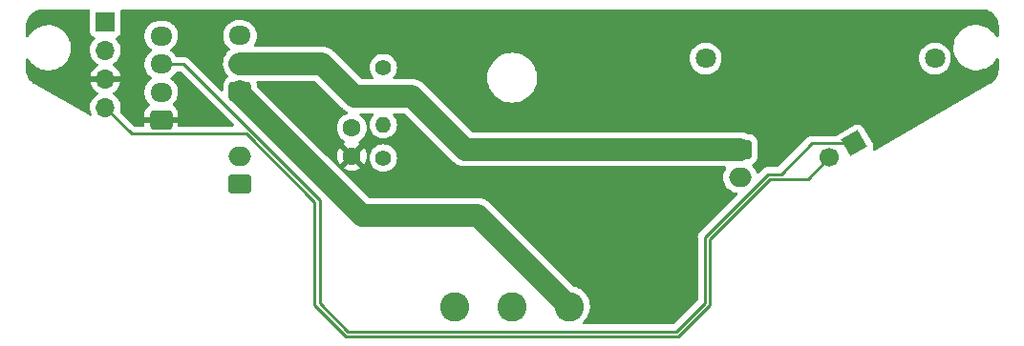
<source format=gbr>
%TF.GenerationSoftware,KiCad,Pcbnew,(6.0.5)*%
%TF.CreationDate,2022-10-17T22:28:47+09:00*%
%TF.ProjectId,kikker_board,6b696b6b-6572-45f6-926f-6172642e6b69,rev?*%
%TF.SameCoordinates,Original*%
%TF.FileFunction,Copper,L2,Bot*%
%TF.FilePolarity,Positive*%
%FSLAX46Y46*%
G04 Gerber Fmt 4.6, Leading zero omitted, Abs format (unit mm)*
G04 Created by KiCad (PCBNEW (6.0.5)) date 2022-10-17 22:28:47*
%MOMM*%
%LPD*%
G01*
G04 APERTURE LIST*
G04 Aperture macros list*
%AMRoundRect*
0 Rectangle with rounded corners*
0 $1 Rounding radius*
0 $2 $3 $4 $5 $6 $7 $8 $9 X,Y pos of 4 corners*
0 Add a 4 corners polygon primitive as box body*
4,1,4,$2,$3,$4,$5,$6,$7,$8,$9,$2,$3,0*
0 Add four circle primitives for the rounded corners*
1,1,$1+$1,$2,$3*
1,1,$1+$1,$4,$5*
1,1,$1+$1,$6,$7*
1,1,$1+$1,$8,$9*
0 Add four rect primitives between the rounded corners*
20,1,$1+$1,$2,$3,$4,$5,0*
20,1,$1+$1,$4,$5,$6,$7,0*
20,1,$1+$1,$6,$7,$8,$9,0*
20,1,$1+$1,$8,$9,$2,$3,0*%
%AMHorizOval*
0 Thick line with rounded ends*
0 $1 width*
0 $2 $3 position (X,Y) of the first rounded end (center of the circle)*
0 $4 $5 position (X,Y) of the second rounded end (center of the circle)*
0 Add line between two ends*
20,1,$1,$2,$3,$4,$5,0*
0 Add two circle primitives to create the rounded ends*
1,1,$1,$2,$3*
1,1,$1,$4,$5*%
%AMRotRect*
0 Rectangle, with rotation*
0 The origin of the aperture is its center*
0 $1 length*
0 $2 width*
0 $3 Rotation angle, in degrees counterclockwise*
0 Add horizontal line*
21,1,$1,$2,0,0,$3*%
G04 Aperture macros list end*
%TA.AperFunction,ComponentPad*%
%ADD10C,1.600000*%
%TD*%
%TA.AperFunction,ComponentPad*%
%ADD11C,2.600000*%
%TD*%
%TA.AperFunction,ComponentPad*%
%ADD12C,1.800000*%
%TD*%
%TA.AperFunction,ComponentPad*%
%ADD13C,1.400000*%
%TD*%
%TA.AperFunction,ComponentPad*%
%ADD14O,1.400000X1.400000*%
%TD*%
%TA.AperFunction,ComponentPad*%
%ADD15RoundRect,0.250000X-0.750000X0.600000X-0.750000X-0.600000X0.750000X-0.600000X0.750000X0.600000X0*%
%TD*%
%TA.AperFunction,ComponentPad*%
%ADD16O,2.000000X1.700000*%
%TD*%
%TA.AperFunction,ComponentPad*%
%ADD17RotRect,1.700000X1.700000X300.000000*%
%TD*%
%TA.AperFunction,ComponentPad*%
%ADD18HorizOval,1.700000X0.000000X0.000000X0.000000X0.000000X0*%
%TD*%
%TA.AperFunction,ComponentPad*%
%ADD19RoundRect,0.250000X0.750000X-0.600000X0.750000X0.600000X-0.750000X0.600000X-0.750000X-0.600000X0*%
%TD*%
%TA.AperFunction,ComponentPad*%
%ADD20R,1.700000X1.700000*%
%TD*%
%TA.AperFunction,ComponentPad*%
%ADD21O,1.700000X1.700000*%
%TD*%
%TA.AperFunction,ComponentPad*%
%ADD22RoundRect,0.250000X0.725000X-0.600000X0.725000X0.600000X-0.725000X0.600000X-0.725000X-0.600000X0*%
%TD*%
%TA.AperFunction,ComponentPad*%
%ADD23O,1.950000X1.700000*%
%TD*%
%TA.AperFunction,ViaPad*%
%ADD24C,0.800000*%
%TD*%
%TA.AperFunction,Conductor*%
%ADD25C,2.000000*%
%TD*%
%TA.AperFunction,Conductor*%
%ADD26C,0.250000*%
%TD*%
G04 APERTURE END LIST*
D10*
%TO.P,C1,1*%
%TO.N,GND*%
X138176000Y-85070000D03*
%TO.P,C1,2*%
%TO.N,+5V*%
X138176000Y-82570000D03*
%TD*%
D11*
%TO.P,Q1,1,G*%
%TO.N,Net-(Q1-Pad1)*%
X147320000Y-98440000D03*
%TO.P,Q1,2,D*%
%TO.N,Net-(Q1-Pad2)*%
X152400000Y-98440000D03*
%TO.P,Q1,3,S*%
%TO.N,Net-(J2-Pad1)*%
X157480000Y-98440000D03*
%TD*%
D12*
%TO.P,R3,1*%
%TO.N,Net-(J3-Pad2)*%
X169545000Y-76422500D03*
%TO.P,R3,2*%
%TO.N,Net-(Q1-Pad2)*%
X189865000Y-76422500D03*
%TD*%
D13*
%TO.P,R1,1*%
%TO.N,FET 1*%
X140970000Y-77216000D03*
D14*
%TO.P,R1,2*%
%TO.N,Net-(Q1-Pad1)*%
X140970000Y-82296000D03*
%TD*%
D13*
%TO.P,R2,1*%
%TO.N,Net-(Q1-Pad1)*%
X140970000Y-85246000D03*
D14*
%TO.P,R2,2*%
%TO.N,Net-(J2-Pad1)*%
X140970000Y-90326000D03*
%TD*%
D15*
%TO.P,J3,1,Pin_1*%
%TO.N,Net-(J2-Pad2)*%
X172610000Y-84475000D03*
D16*
%TO.P,J3,2,Pin_2*%
%TO.N,Net-(J3-Pad2)*%
X172610000Y-86975000D03*
%TD*%
D17*
%TO.P,J5,1,Pin_1*%
%TO.N,Brightness*%
X182714183Y-83944500D03*
D18*
%TO.P,J5,2,Pin_2*%
%TO.N,Kathode*%
X180514478Y-85214500D03*
%TD*%
D19*
%TO.P,J1,1,Pin_1*%
%TO.N,FET 1*%
X128270000Y-87590000D03*
D16*
%TO.P,J1,2,Pin_2*%
%TO.N,FET 2*%
X128270000Y-85090000D03*
%TD*%
D20*
%TO.P,J4,1,Pin_1*%
%TO.N,Vout*%
X116332000Y-73152000D03*
D21*
%TO.P,J4,2,Pin_2*%
%TO.N,+5V*%
X116332000Y-75692000D03*
%TO.P,J4,3,Pin_3*%
%TO.N,GND*%
X116332000Y-78232000D03*
%TO.P,J4,4,Pin_4*%
%TO.N,Kathode*%
X116332000Y-80772000D03*
%TD*%
D22*
%TO.P,J6,1,Pin_1*%
%TO.N,GND*%
X121285000Y-81915000D03*
D23*
%TO.P,J6,2,Pin_2*%
%TO.N,+5V*%
X121285000Y-79415000D03*
%TO.P,J6,3,Pin_3*%
%TO.N,Brightness*%
X121285000Y-76915000D03*
%TO.P,J6,4,Pin_4*%
%TO.N,Vout*%
X121285000Y-74415000D03*
%TD*%
D22*
%TO.P,J2,1,Pin_1*%
%TO.N,Net-(J2-Pad1)*%
X128270000Y-79375000D03*
D23*
%TO.P,J2,2,Pin_2*%
%TO.N,Net-(J2-Pad2)*%
X128270000Y-76875000D03*
%TO.P,J2,3,Pin_3*%
%TO.N,FET 2*%
X128270000Y-74375000D03*
%TD*%
D24*
%TO.N,GND*%
X164084000Y-77470000D03*
X163830000Y-87122000D03*
X165862000Y-99060000D03*
X186690000Y-73406000D03*
X143764000Y-73406000D03*
X172720000Y-73406000D03*
X125984000Y-81788000D03*
X176276000Y-80010000D03*
X167132000Y-81534000D03*
X143256000Y-83566000D03*
X160274000Y-99060000D03*
X191262000Y-79502000D03*
X161036000Y-87122000D03*
X123444000Y-80518000D03*
X160782000Y-73660000D03*
X125222000Y-77216000D03*
X167132000Y-87122000D03*
X167132000Y-73406000D03*
X186436000Y-82042000D03*
X188468000Y-79502000D03*
X162052000Y-92202000D03*
X191262000Y-72898000D03*
X164084000Y-95758000D03*
X130810000Y-78994000D03*
X172466000Y-79756000D03*
X113538000Y-72898000D03*
X183642000Y-79502000D03*
X161036000Y-81534000D03*
X168148000Y-92202000D03*
X118364000Y-80264000D03*
X113538000Y-79248000D03*
%TD*%
D25*
%TO.N,Net-(J2-Pad1)*%
X140970000Y-90326000D02*
X149366000Y-90326000D01*
X139080263Y-90326000D02*
X128270000Y-79515737D01*
X128270000Y-79515737D02*
X128270000Y-79375000D01*
X140970000Y-90326000D02*
X139080263Y-90326000D01*
X149366000Y-90326000D02*
X157480000Y-98440000D01*
%TO.N,Net-(J2-Pad2)*%
X128270000Y-76875000D02*
X135549000Y-76875000D01*
X135549000Y-76875000D02*
X138430000Y-79756000D01*
X143510000Y-79756000D02*
X148229000Y-84475000D01*
X138430000Y-79756000D02*
X143510000Y-79756000D01*
X148229000Y-84475000D02*
X172610000Y-84475000D01*
D26*
%TO.N,Kathode*%
X167132000Y-101092000D02*
X169926000Y-98298000D01*
X118649520Y-83089520D02*
X128809520Y-83089520D01*
X128809520Y-83089520D02*
X134874000Y-89154000D01*
X169926000Y-92456000D02*
X175260000Y-87122000D01*
X137668000Y-101092000D02*
X167132000Y-101092000D01*
X175260000Y-87122000D02*
X178606978Y-87122000D01*
X134874000Y-98298000D02*
X137668000Y-101092000D01*
X169926000Y-98298000D02*
X169926000Y-92456000D01*
X116332000Y-80772000D02*
X118649520Y-83089520D01*
X134874000Y-89154000D02*
X134874000Y-98298000D01*
X178606978Y-87122000D02*
X180514478Y-85214500D01*
%TO.N,Brightness*%
X123270717Y-76915000D02*
X135323520Y-88967803D01*
X175073803Y-86672480D02*
X176217520Y-86672480D01*
X169476480Y-92269802D02*
X175073803Y-86672480D01*
X178945500Y-83944500D02*
X182714183Y-83944500D01*
X166945802Y-100642480D02*
X169476480Y-98111802D01*
X137854198Y-100642480D02*
X166945802Y-100642480D01*
X135323520Y-98111802D02*
X137854198Y-100642480D01*
X135323520Y-88967803D02*
X135323520Y-98111802D01*
X121285000Y-76915000D02*
X123270717Y-76915000D01*
X169476480Y-98111802D02*
X169476480Y-92269802D01*
X176217520Y-86672480D02*
X178945500Y-83944500D01*
%TD*%
%TA.AperFunction,Conductor*%
%TO.N,GND*%
G36*
X134940090Y-78403502D02*
G01*
X134961064Y-78420405D01*
X136154187Y-79613529D01*
X137346342Y-80805684D01*
X137348796Y-80808206D01*
X137417332Y-80880681D01*
X137421349Y-80883752D01*
X137421352Y-80883755D01*
X137479761Y-80928412D01*
X137484893Y-80932554D01*
X137525094Y-80966767D01*
X137544720Y-80983470D01*
X137549046Y-80986090D01*
X137549053Y-80986095D01*
X137572824Y-81000491D01*
X137584071Y-81008163D01*
X137610174Y-81028120D01*
X137679416Y-81065247D01*
X137685137Y-81068510D01*
X137751927Y-81108960D01*
X137799833Y-81161358D01*
X137811806Y-81231338D01*
X137784044Y-81296682D01*
X137730255Y-81334779D01*
X137726757Y-81335716D01*
X137721766Y-81338043D01*
X137721767Y-81338043D01*
X137524238Y-81430151D01*
X137524233Y-81430154D01*
X137519251Y-81432477D01*
X137461361Y-81473012D01*
X137336211Y-81560643D01*
X137336208Y-81560645D01*
X137331700Y-81563802D01*
X137169802Y-81725700D01*
X137038477Y-81913251D01*
X137036154Y-81918233D01*
X137036151Y-81918238D01*
X136944039Y-82115775D01*
X136941716Y-82120757D01*
X136940294Y-82126065D01*
X136940293Y-82126067D01*
X136897416Y-82286084D01*
X136882457Y-82341913D01*
X136862502Y-82570000D01*
X136882457Y-82798087D01*
X136883881Y-82803400D01*
X136883881Y-82803402D01*
X136927601Y-82966564D01*
X136941716Y-83019243D01*
X136944039Y-83024224D01*
X136944039Y-83024225D01*
X137036151Y-83221762D01*
X137036154Y-83221767D01*
X137038477Y-83226749D01*
X137099450Y-83313827D01*
X137160246Y-83400652D01*
X137169802Y-83414300D01*
X137331700Y-83576198D01*
X137336208Y-83579355D01*
X137336211Y-83579357D01*
X137439876Y-83651944D01*
X137519251Y-83707523D01*
X137524235Y-83709847D01*
X137526528Y-83711171D01*
X137575521Y-83762553D01*
X137588957Y-83832267D01*
X137562571Y-83898178D01*
X137526528Y-83929409D01*
X137514998Y-83936066D01*
X137462952Y-83972509D01*
X137454576Y-83982988D01*
X137461644Y-83996434D01*
X138163188Y-84697978D01*
X138177132Y-84705592D01*
X138178965Y-84705461D01*
X138185580Y-84701210D01*
X138891077Y-83995713D01*
X138897507Y-83983938D01*
X138888211Y-83971923D01*
X138837002Y-83936066D01*
X138825472Y-83929409D01*
X138776479Y-83878027D01*
X138763042Y-83808313D01*
X138789429Y-83742402D01*
X138825472Y-83711171D01*
X138827765Y-83709847D01*
X138832749Y-83707523D01*
X138912124Y-83651944D01*
X139015789Y-83579357D01*
X139015792Y-83579355D01*
X139020300Y-83576198D01*
X139182198Y-83414300D01*
X139191755Y-83400652D01*
X139252550Y-83313827D01*
X139313523Y-83226749D01*
X139315846Y-83221767D01*
X139315849Y-83221762D01*
X139407961Y-83024225D01*
X139407961Y-83024224D01*
X139410284Y-83019243D01*
X139424400Y-82966564D01*
X139468119Y-82803402D01*
X139468119Y-82803400D01*
X139469543Y-82798087D01*
X139489498Y-82570000D01*
X139469543Y-82341913D01*
X139454584Y-82286084D01*
X139411707Y-82126067D01*
X139411706Y-82126065D01*
X139410284Y-82120757D01*
X139407961Y-82115775D01*
X139315849Y-81918238D01*
X139315846Y-81918233D01*
X139313523Y-81913251D01*
X139182198Y-81725700D01*
X139020300Y-81563802D01*
X139015792Y-81560645D01*
X139015789Y-81560643D01*
X138920203Y-81493713D01*
X138875875Y-81438256D01*
X138868566Y-81367636D01*
X138900597Y-81304276D01*
X138961798Y-81268291D01*
X138992474Y-81264500D01*
X139988233Y-81264500D01*
X140056354Y-81284502D01*
X140102847Y-81338158D01*
X140112951Y-81408432D01*
X140083457Y-81473012D01*
X140077328Y-81479595D01*
X140040699Y-81516224D01*
X139919411Y-81689442D01*
X139917090Y-81694420D01*
X139917088Y-81694423D01*
X139900400Y-81730211D01*
X139830044Y-81881090D01*
X139775314Y-82085345D01*
X139756884Y-82296000D01*
X139775314Y-82506655D01*
X139830044Y-82710910D01*
X139919411Y-82902558D01*
X140040699Y-83075776D01*
X140190224Y-83225301D01*
X140363442Y-83346589D01*
X140368420Y-83348910D01*
X140368423Y-83348912D01*
X140550108Y-83433633D01*
X140555090Y-83435956D01*
X140560398Y-83437378D01*
X140560400Y-83437379D01*
X140754030Y-83489262D01*
X140754032Y-83489262D01*
X140759345Y-83490686D01*
X140970000Y-83509116D01*
X141180655Y-83490686D01*
X141185968Y-83489262D01*
X141185970Y-83489262D01*
X141379600Y-83437379D01*
X141379602Y-83437378D01*
X141384910Y-83435956D01*
X141389892Y-83433633D01*
X141571577Y-83348912D01*
X141571580Y-83348910D01*
X141576558Y-83346589D01*
X141749776Y-83225301D01*
X141899301Y-83075776D01*
X142020589Y-82902558D01*
X142109956Y-82710910D01*
X142164686Y-82506655D01*
X142183116Y-82296000D01*
X142164686Y-82085345D01*
X142109956Y-81881090D01*
X142039600Y-81730211D01*
X142022912Y-81694423D01*
X142022910Y-81694420D01*
X142020589Y-81689442D01*
X141899301Y-81516224D01*
X141862672Y-81479595D01*
X141828646Y-81417283D01*
X141833711Y-81346468D01*
X141876258Y-81289632D01*
X141942778Y-81264821D01*
X141951767Y-81264500D01*
X142832969Y-81264500D01*
X142901090Y-81284502D01*
X142922064Y-81301405D01*
X147145325Y-85524666D01*
X147147779Y-85527188D01*
X147212193Y-85595304D01*
X147216332Y-85599681D01*
X147258353Y-85631808D01*
X147278757Y-85647408D01*
X147283892Y-85651552D01*
X147336378Y-85696221D01*
X147343720Y-85702470D01*
X147348045Y-85705089D01*
X147348050Y-85705093D01*
X147371824Y-85719491D01*
X147383071Y-85727163D01*
X147409174Y-85747120D01*
X147476180Y-85783048D01*
X147478401Y-85784239D01*
X147484126Y-85787504D01*
X147551358Y-85828221D01*
X147581817Y-85840527D01*
X147594158Y-85846307D01*
X147623109Y-85861831D01*
X147627890Y-85863477D01*
X147627894Y-85863479D01*
X147697401Y-85887412D01*
X147703579Y-85889722D01*
X147722452Y-85897347D01*
X147776429Y-85919155D01*
X147808460Y-85926432D01*
X147821559Y-85930163D01*
X147852631Y-85940862D01*
X147930100Y-85954243D01*
X147936504Y-85955523D01*
X148013144Y-85972935D01*
X148045953Y-85974999D01*
X148059453Y-85976585D01*
X148091836Y-85982179D01*
X148095793Y-85982359D01*
X148095796Y-85982359D01*
X148119506Y-85983436D01*
X148119525Y-85983436D01*
X148120925Y-85983500D01*
X148177108Y-85983500D01*
X148185019Y-85983749D01*
X148255413Y-85988178D01*
X148296992Y-85984101D01*
X148309288Y-85983500D01*
X171253599Y-85983500D01*
X171321720Y-86003502D01*
X171368213Y-86057158D01*
X171378317Y-86127432D01*
X171354689Y-86184712D01*
X171301246Y-86256542D01*
X171298830Y-86261293D01*
X171298828Y-86261297D01*
X171256491Y-86344568D01*
X171196760Y-86462051D01*
X171195178Y-86467145D01*
X171195177Y-86467148D01*
X171159139Y-86583209D01*
X171128393Y-86682227D01*
X171127692Y-86687516D01*
X171108992Y-86828611D01*
X171098102Y-86910774D01*
X171106751Y-87141158D01*
X171154093Y-87366791D01*
X171238776Y-87581221D01*
X171241543Y-87585780D01*
X171241544Y-87585783D01*
X171281770Y-87652073D01*
X171358377Y-87778317D01*
X171509477Y-87952445D01*
X171513608Y-87955832D01*
X171683627Y-88095240D01*
X171683633Y-88095244D01*
X171687755Y-88098624D01*
X171692391Y-88101263D01*
X171692394Y-88101265D01*
X171837189Y-88183687D01*
X171888114Y-88212675D01*
X172104825Y-88291337D01*
X172110074Y-88292286D01*
X172110077Y-88292287D01*
X172252567Y-88318053D01*
X172316041Y-88349857D01*
X172352244Y-88410930D01*
X172349682Y-88481880D01*
X172319241Y-88531137D01*
X169084227Y-91766150D01*
X169075941Y-91773690D01*
X169069462Y-91777802D01*
X169064037Y-91783579D01*
X169022837Y-91827453D01*
X169020082Y-91830295D01*
X169000345Y-91850032D01*
X168997865Y-91853229D01*
X168990162Y-91862249D01*
X168959894Y-91894481D01*
X168956075Y-91901427D01*
X168956073Y-91901430D01*
X168950132Y-91912236D01*
X168939281Y-91928755D01*
X168926866Y-91944761D01*
X168923721Y-91952030D01*
X168923718Y-91952034D01*
X168909306Y-91985339D01*
X168904089Y-91995989D01*
X168882785Y-92034742D01*
X168880814Y-92042417D01*
X168880814Y-92042418D01*
X168877747Y-92054364D01*
X168871343Y-92073068D01*
X168863299Y-92091657D01*
X168862060Y-92099480D01*
X168862057Y-92099490D01*
X168856381Y-92135326D01*
X168853975Y-92146946D01*
X168842980Y-92189772D01*
X168842980Y-92210026D01*
X168841429Y-92229736D01*
X168838260Y-92249745D01*
X168839006Y-92257637D01*
X168842421Y-92293763D01*
X168842980Y-92305621D01*
X168842980Y-97797208D01*
X168822978Y-97865329D01*
X168806075Y-97886303D01*
X166720302Y-99972075D01*
X166657990Y-100006101D01*
X166631207Y-100008980D01*
X158769621Y-100008980D01*
X158701500Y-99988978D01*
X158655007Y-99935322D01*
X158644903Y-99865048D01*
X158674397Y-99800468D01*
X158688209Y-99786813D01*
X158710841Y-99767653D01*
X158751149Y-99733530D01*
X158928382Y-99531434D01*
X158931712Y-99526258D01*
X159071269Y-99309291D01*
X159073797Y-99305361D01*
X159184199Y-99060278D01*
X159221209Y-98929051D01*
X159255893Y-98806072D01*
X159255894Y-98806069D01*
X159257163Y-98801568D01*
X159275043Y-98661019D01*
X159290688Y-98538045D01*
X159290688Y-98538041D01*
X159291086Y-98534915D01*
X159291649Y-98513438D01*
X159293488Y-98443160D01*
X159293571Y-98440000D01*
X159288966Y-98378030D01*
X159273996Y-98176592D01*
X159273996Y-98176591D01*
X159273650Y-98171937D01*
X159214327Y-97909763D01*
X159116902Y-97659238D01*
X158983518Y-97425864D01*
X158817105Y-97214769D01*
X158621317Y-97030591D01*
X158400457Y-96877374D01*
X158396264Y-96875306D01*
X158163564Y-96760551D01*
X158163561Y-96760550D01*
X158159376Y-96758486D01*
X158111745Y-96743239D01*
X158031373Y-96717512D01*
X157903370Y-96676538D01*
X157898766Y-96675788D01*
X157898761Y-96675787D01*
X157879582Y-96672664D01*
X157810738Y-96637397D01*
X150449675Y-89276334D01*
X150447221Y-89273812D01*
X150382138Y-89204988D01*
X150382135Y-89204986D01*
X150378668Y-89201319D01*
X150316239Y-89153589D01*
X150311108Y-89149448D01*
X150255133Y-89101809D01*
X150255132Y-89101808D01*
X150251280Y-89098530D01*
X150246955Y-89095911D01*
X150246950Y-89095907D01*
X150223176Y-89081509D01*
X150211929Y-89073837D01*
X150185826Y-89053880D01*
X150116592Y-89016757D01*
X150110868Y-89013493D01*
X150043642Y-88972779D01*
X150013181Y-88960472D01*
X150000841Y-88954692D01*
X149976350Y-88941560D01*
X149976351Y-88941560D01*
X149971891Y-88939169D01*
X149967110Y-88937523D01*
X149967106Y-88937521D01*
X149897599Y-88913588D01*
X149891421Y-88911278D01*
X149823266Y-88883742D01*
X149823267Y-88883742D01*
X149818571Y-88881845D01*
X149786539Y-88874568D01*
X149773441Y-88870837D01*
X149742369Y-88860138D01*
X149664900Y-88846757D01*
X149658496Y-88845477D01*
X149581856Y-88828065D01*
X149549047Y-88826001D01*
X149535547Y-88824415D01*
X149503164Y-88818821D01*
X149499207Y-88818641D01*
X149499204Y-88818641D01*
X149475494Y-88817564D01*
X149475475Y-88817564D01*
X149474075Y-88817500D01*
X149417892Y-88817500D01*
X149409980Y-88817251D01*
X149404386Y-88816899D01*
X149339587Y-88812822D01*
X149300545Y-88816650D01*
X149298008Y-88816899D01*
X149285712Y-88817500D01*
X139757294Y-88817500D01*
X139689173Y-88797498D01*
X139668199Y-88780595D01*
X137043666Y-86156062D01*
X137454493Y-86156062D01*
X137463789Y-86168077D01*
X137514994Y-86203931D01*
X137524489Y-86209414D01*
X137721947Y-86301490D01*
X137732239Y-86305236D01*
X137942688Y-86361625D01*
X137953481Y-86363528D01*
X138170525Y-86382517D01*
X138181475Y-86382517D01*
X138398519Y-86363528D01*
X138409312Y-86361625D01*
X138619761Y-86305236D01*
X138630053Y-86301490D01*
X138827511Y-86209414D01*
X138837006Y-86203931D01*
X138889048Y-86167491D01*
X138897424Y-86157012D01*
X138890356Y-86143566D01*
X138188812Y-85442022D01*
X138174868Y-85434408D01*
X138173035Y-85434539D01*
X138166420Y-85438790D01*
X137460923Y-86144287D01*
X137454493Y-86156062D01*
X137043666Y-86156062D01*
X135963079Y-85075475D01*
X136863483Y-85075475D01*
X136882472Y-85292519D01*
X136884375Y-85303312D01*
X136940764Y-85513761D01*
X136944510Y-85524053D01*
X137036586Y-85721511D01*
X137042069Y-85731006D01*
X137078509Y-85783048D01*
X137088988Y-85791424D01*
X137102434Y-85784356D01*
X137803978Y-85082812D01*
X137810356Y-85071132D01*
X138540408Y-85071132D01*
X138540539Y-85072965D01*
X138544790Y-85079580D01*
X139250287Y-85785077D01*
X139262062Y-85791507D01*
X139274077Y-85782211D01*
X139309931Y-85731006D01*
X139315414Y-85721511D01*
X139407490Y-85524053D01*
X139411236Y-85513761D01*
X139467625Y-85303312D01*
X139469528Y-85292519D01*
X139473598Y-85246000D01*
X139756884Y-85246000D01*
X139775314Y-85456655D01*
X139776738Y-85461968D01*
X139776738Y-85461970D01*
X139827537Y-85651552D01*
X139830044Y-85660910D01*
X139832366Y-85665891D01*
X139832367Y-85665892D01*
X139916497Y-85846308D01*
X139919411Y-85852558D01*
X140040699Y-86025776D01*
X140190224Y-86175301D01*
X140363442Y-86296589D01*
X140368420Y-86298910D01*
X140368423Y-86298912D01*
X140528910Y-86373748D01*
X140555090Y-86385956D01*
X140560398Y-86387378D01*
X140560400Y-86387379D01*
X140754030Y-86439262D01*
X140754032Y-86439262D01*
X140759345Y-86440686D01*
X140970000Y-86459116D01*
X141180655Y-86440686D01*
X141185968Y-86439262D01*
X141185970Y-86439262D01*
X141379600Y-86387379D01*
X141379602Y-86387378D01*
X141384910Y-86385956D01*
X141411090Y-86373748D01*
X141571577Y-86298912D01*
X141571580Y-86298910D01*
X141576558Y-86296589D01*
X141749776Y-86175301D01*
X141899301Y-86025776D01*
X142020589Y-85852558D01*
X142023504Y-85846308D01*
X142107633Y-85665892D01*
X142107634Y-85665891D01*
X142109956Y-85660910D01*
X142112464Y-85651552D01*
X142163262Y-85461970D01*
X142163262Y-85461968D01*
X142164686Y-85456655D01*
X142183116Y-85246000D01*
X142164686Y-85035345D01*
X142163262Y-85030030D01*
X142111379Y-84836400D01*
X142111378Y-84836398D01*
X142109956Y-84831090D01*
X142096632Y-84802516D01*
X142022912Y-84644423D01*
X142022910Y-84644420D01*
X142020589Y-84639442D01*
X141899301Y-84466224D01*
X141749776Y-84316699D01*
X141576558Y-84195411D01*
X141571580Y-84193090D01*
X141571577Y-84193088D01*
X141389892Y-84108367D01*
X141389891Y-84108366D01*
X141384910Y-84106044D01*
X141379602Y-84104622D01*
X141379600Y-84104621D01*
X141185970Y-84052738D01*
X141185968Y-84052738D01*
X141180655Y-84051314D01*
X140970000Y-84032884D01*
X140759345Y-84051314D01*
X140754032Y-84052738D01*
X140754030Y-84052738D01*
X140560400Y-84104621D01*
X140560398Y-84104622D01*
X140555090Y-84106044D01*
X140550109Y-84108366D01*
X140550108Y-84108367D01*
X140368423Y-84193088D01*
X140368420Y-84193090D01*
X140363442Y-84195411D01*
X140190224Y-84316699D01*
X140040699Y-84466224D01*
X139919411Y-84639442D01*
X139917090Y-84644420D01*
X139917088Y-84644423D01*
X139843368Y-84802516D01*
X139830044Y-84831090D01*
X139828622Y-84836398D01*
X139828621Y-84836400D01*
X139776738Y-85030030D01*
X139775314Y-85035345D01*
X139756884Y-85246000D01*
X139473598Y-85246000D01*
X139488517Y-85075475D01*
X139488517Y-85064525D01*
X139469528Y-84847481D01*
X139467625Y-84836688D01*
X139411236Y-84626239D01*
X139407490Y-84615947D01*
X139315414Y-84418489D01*
X139309931Y-84408994D01*
X139273491Y-84356952D01*
X139263012Y-84348576D01*
X139249566Y-84355644D01*
X138548022Y-85057188D01*
X138540408Y-85071132D01*
X137810356Y-85071132D01*
X137811592Y-85068868D01*
X137811461Y-85067035D01*
X137807210Y-85060420D01*
X137101713Y-84354923D01*
X137089938Y-84348493D01*
X137077923Y-84357789D01*
X137042069Y-84408994D01*
X137036586Y-84418489D01*
X136944510Y-84615947D01*
X136940764Y-84626239D01*
X136884375Y-84836688D01*
X136882472Y-84847481D01*
X136863483Y-85064525D01*
X136863483Y-85075475D01*
X135963079Y-85075475D01*
X129790405Y-78902801D01*
X129756379Y-78840489D01*
X129753500Y-78813706D01*
X129753500Y-78724600D01*
X129750445Y-78695156D01*
X129743238Y-78625692D01*
X129743237Y-78625688D01*
X129742526Y-78618834D01*
X129719353Y-78549376D01*
X129716769Y-78478427D01*
X129752952Y-78417343D01*
X129816417Y-78385518D01*
X129838877Y-78383500D01*
X134871969Y-78383500D01*
X134940090Y-78403502D01*
G37*
%TD.AperFunction*%
%TA.AperFunction,Conductor*%
G36*
X114928725Y-72048477D02*
G01*
X114975218Y-72102133D01*
X114985322Y-72172407D01*
X114983186Y-72183623D01*
X114983028Y-72184286D01*
X114980255Y-72191684D01*
X114973500Y-72253866D01*
X114973500Y-74050134D01*
X114980255Y-74112316D01*
X115031385Y-74248705D01*
X115118739Y-74365261D01*
X115235295Y-74452615D01*
X115243704Y-74455767D01*
X115243705Y-74455768D01*
X115352451Y-74496535D01*
X115409216Y-74539176D01*
X115433916Y-74605738D01*
X115418709Y-74675087D01*
X115399316Y-74701568D01*
X115294022Y-74811752D01*
X115272629Y-74834138D01*
X115269715Y-74838410D01*
X115269714Y-74838411D01*
X115237834Y-74885146D01*
X115146743Y-75018680D01*
X115129391Y-75056062D01*
X115056192Y-75213757D01*
X115052688Y-75221305D01*
X114992989Y-75436570D01*
X114969251Y-75658695D01*
X114969548Y-75663848D01*
X114969548Y-75663851D01*
X114975972Y-75775267D01*
X114982110Y-75881715D01*
X114983247Y-75886761D01*
X114983248Y-75886767D01*
X115001495Y-75967734D01*
X115031222Y-76099639D01*
X115078759Y-76216710D01*
X115108595Y-76290186D01*
X115115266Y-76306616D01*
X115142587Y-76351200D01*
X115221652Y-76480222D01*
X115231987Y-76497088D01*
X115378250Y-76665938D01*
X115550126Y-76808632D01*
X115620796Y-76849928D01*
X115623955Y-76851774D01*
X115672679Y-76903412D01*
X115685750Y-76973195D01*
X115659019Y-77038967D01*
X115618562Y-77072327D01*
X115610457Y-77076546D01*
X115601738Y-77082036D01*
X115431433Y-77209905D01*
X115423726Y-77216748D01*
X115276590Y-77370717D01*
X115270104Y-77378727D01*
X115150098Y-77554649D01*
X115145000Y-77563623D01*
X115055338Y-77756783D01*
X115051775Y-77766470D01*
X114996389Y-77966183D01*
X114997912Y-77974607D01*
X115010292Y-77978000D01*
X117650344Y-77978000D01*
X117663875Y-77974027D01*
X117665180Y-77964947D01*
X117623214Y-77797875D01*
X117619894Y-77788124D01*
X117534972Y-77592814D01*
X117530105Y-77583739D01*
X117414426Y-77404926D01*
X117408136Y-77396757D01*
X117264806Y-77239240D01*
X117257273Y-77232215D01*
X117090139Y-77100222D01*
X117081556Y-77094520D01*
X117044602Y-77074120D01*
X116994631Y-77023687D01*
X116979859Y-76954245D01*
X117004975Y-76887839D01*
X117032327Y-76861232D01*
X117061953Y-76840100D01*
X117211860Y-76733173D01*
X117370096Y-76575489D01*
X117386763Y-76552295D01*
X117497435Y-76398277D01*
X117500453Y-76394077D01*
X117512463Y-76369778D01*
X117597136Y-76198453D01*
X117597137Y-76198451D01*
X117599430Y-76193811D01*
X117654013Y-76014159D01*
X117662865Y-75985023D01*
X117662865Y-75985021D01*
X117664370Y-75980069D01*
X117693529Y-75758590D01*
X117693626Y-75754631D01*
X117695074Y-75695365D01*
X117695074Y-75695361D01*
X117695156Y-75692000D01*
X117676852Y-75469361D01*
X117622431Y-75252702D01*
X117533354Y-75047840D01*
X117444650Y-74910724D01*
X117414822Y-74864617D01*
X117414820Y-74864614D01*
X117412014Y-74860277D01*
X117408532Y-74856450D01*
X117264798Y-74698488D01*
X117233746Y-74634642D01*
X117242141Y-74564143D01*
X117287317Y-74509375D01*
X117313761Y-74495706D01*
X117420297Y-74455767D01*
X117428705Y-74452615D01*
X117545261Y-74365261D01*
X117632615Y-74248705D01*
X117683745Y-74112316D01*
X117690500Y-74050134D01*
X117690500Y-72253866D01*
X117683745Y-72191684D01*
X117680972Y-72184286D01*
X117680814Y-72183623D01*
X117684515Y-72112723D01*
X117725959Y-72055079D01*
X117791990Y-72028992D01*
X117803396Y-72028475D01*
X192348722Y-72028476D01*
X193977397Y-72028476D01*
X193996788Y-72029977D01*
X194020480Y-72033667D01*
X194029384Y-72032503D01*
X194029387Y-72032503D01*
X194035737Y-72031673D01*
X194061061Y-72030931D01*
X194230027Y-72043022D01*
X194247821Y-72045581D01*
X194438145Y-72086989D01*
X194455393Y-72092054D01*
X194637896Y-72160129D01*
X194654242Y-72167595D01*
X194712737Y-72199537D01*
X194825193Y-72260946D01*
X194840316Y-72270665D01*
X194996245Y-72387396D01*
X195009829Y-72399168D01*
X195027679Y-72417018D01*
X195147557Y-72536900D01*
X195159329Y-72550486D01*
X195276054Y-72706414D01*
X195285773Y-72721537D01*
X195379119Y-72892490D01*
X195386586Y-72908842D01*
X195454658Y-73091347D01*
X195459722Y-73108593D01*
X195498911Y-73288735D01*
X195501125Y-73298914D01*
X195503683Y-73316704D01*
X195504722Y-73331220D01*
X195515279Y-73478810D01*
X195514571Y-73495858D01*
X195514576Y-73495858D01*
X195514467Y-73504833D01*
X195513085Y-73513706D01*
X195515321Y-73530801D01*
X195517212Y-73545263D01*
X195518276Y-73561602D01*
X195518276Y-74403019D01*
X195498274Y-74471140D01*
X195444618Y-74517633D01*
X195374344Y-74527737D01*
X195309764Y-74498243D01*
X195280310Y-74460809D01*
X195250754Y-74403545D01*
X195250754Y-74403544D01*
X195248789Y-74399738D01*
X195238816Y-74385547D01*
X195147692Y-74255891D01*
X195091321Y-74175683D01*
X194999739Y-74077129D01*
X194907822Y-73978214D01*
X194907819Y-73978211D01*
X194904901Y-73975071D01*
X194901586Y-73972357D01*
X194901582Y-73972354D01*
X194707798Y-73813744D01*
X194692981Y-73801616D01*
X194521515Y-73696542D01*
X194463142Y-73660771D01*
X194463141Y-73660771D01*
X194459480Y-73658527D01*
X194455544Y-73656799D01*
X194212649Y-73550175D01*
X194212645Y-73550174D01*
X194208721Y-73548451D01*
X193945342Y-73473426D01*
X193941100Y-73472822D01*
X193941094Y-73472821D01*
X193693302Y-73437555D01*
X193674219Y-73434839D01*
X193530365Y-73434086D01*
X193404653Y-73433428D01*
X193404647Y-73433428D01*
X193400367Y-73433406D01*
X193396123Y-73433965D01*
X193396119Y-73433965D01*
X193297641Y-73446930D01*
X193128854Y-73469151D01*
X193124714Y-73470284D01*
X193124712Y-73470284D01*
X193081465Y-73482115D01*
X192864704Y-73541414D01*
X192860756Y-73543098D01*
X192616758Y-73647172D01*
X192616754Y-73647174D01*
X192612806Y-73648858D01*
X192525186Y-73701297D01*
X192381501Y-73787290D01*
X192381497Y-73787293D01*
X192377819Y-73789494D01*
X192164094Y-73960720D01*
X192082486Y-74046717D01*
X192010830Y-74122227D01*
X191975584Y-74159368D01*
X191815778Y-74381762D01*
X191687633Y-74623787D01*
X191686161Y-74627810D01*
X191686159Y-74627814D01*
X191601089Y-74860277D01*
X191593519Y-74880963D01*
X191535180Y-75148533D01*
X191534844Y-75152803D01*
X191515824Y-75394474D01*
X191513693Y-75421544D01*
X191514110Y-75428782D01*
X191529458Y-75694946D01*
X191582181Y-75963679D01*
X191583568Y-75967729D01*
X191583569Y-75967734D01*
X191665000Y-76205573D01*
X191670888Y-76222770D01*
X191710021Y-76300577D01*
X191790210Y-76460016D01*
X191793936Y-76467425D01*
X191796362Y-76470954D01*
X191796365Y-76470960D01*
X191900329Y-76622227D01*
X191949050Y-76693116D01*
X191951937Y-76696289D01*
X191951938Y-76696290D01*
X192052130Y-76806400D01*
X192133358Y-76895669D01*
X192136653Y-76898424D01*
X192136654Y-76898425D01*
X192204192Y-76954895D01*
X192343451Y-77071333D01*
X192347092Y-77073617D01*
X192571800Y-77214577D01*
X192571804Y-77214579D01*
X192575440Y-77216860D01*
X192673272Y-77261033D01*
X192821121Y-77327790D01*
X192821125Y-77327792D01*
X192825033Y-77329556D01*
X192864728Y-77341314D01*
X193083499Y-77406117D01*
X193083503Y-77406118D01*
X193087612Y-77407335D01*
X193091846Y-77407983D01*
X193091851Y-77407984D01*
X193354074Y-77448109D01*
X193354076Y-77448109D01*
X193358316Y-77448758D01*
X193497688Y-77450948D01*
X193627847Y-77452993D01*
X193627853Y-77452993D01*
X193632138Y-77453060D01*
X193904011Y-77420160D01*
X194168903Y-77350667D01*
X194172863Y-77349027D01*
X194172868Y-77349025D01*
X194346919Y-77276930D01*
X194421912Y-77245867D01*
X194631511Y-77123387D01*
X194654655Y-77109863D01*
X194654656Y-77109862D01*
X194658358Y-77107699D01*
X194873865Y-76938720D01*
X194879563Y-76932841D01*
X195037787Y-76769566D01*
X195064445Y-76742057D01*
X195066978Y-76738609D01*
X195066982Y-76738604D01*
X195216637Y-76534873D01*
X195226571Y-76521349D01*
X195242756Y-76491541D01*
X195281545Y-76420100D01*
X195331628Y-76369778D01*
X195400966Y-76354522D01*
X195467545Y-76379175D01*
X195510227Y-76435909D01*
X195518276Y-76480222D01*
X195518276Y-77315914D01*
X195516776Y-77335298D01*
X195514639Y-77349025D01*
X195513085Y-77359005D01*
X195515005Y-77373689D01*
X195515717Y-77399433D01*
X195513279Y-77431970D01*
X195502325Y-77578164D01*
X195499518Y-77596786D01*
X195454117Y-77795706D01*
X195448569Y-77813695D01*
X195374025Y-78003634D01*
X195365858Y-78020593D01*
X195263840Y-78197296D01*
X195253231Y-78212856D01*
X195126018Y-78372377D01*
X195113211Y-78386181D01*
X195004609Y-78486949D01*
X194963636Y-78524966D01*
X194948921Y-78536701D01*
X194806709Y-78633658D01*
X194791537Y-78641629D01*
X194791568Y-78641685D01*
X194783739Y-78646078D01*
X194775368Y-78649317D01*
X194768242Y-78654776D01*
X194768239Y-78654777D01*
X194750091Y-78668677D01*
X194736474Y-78677767D01*
X184543871Y-84562469D01*
X184474876Y-84579207D01*
X184407784Y-84555987D01*
X184363897Y-84500179D01*
X184357148Y-84429504D01*
X184365016Y-84403816D01*
X184367999Y-84396840D01*
X184368001Y-84396834D01*
X184371528Y-84388584D01*
X184373576Y-84371542D01*
X184387830Y-84252881D01*
X184388901Y-84243967D01*
X184381345Y-84198566D01*
X184366284Y-84108076D01*
X184366283Y-84108073D01*
X184364987Y-84100286D01*
X184339746Y-84043057D01*
X183441612Y-82487443D01*
X183404671Y-82436969D01*
X183398568Y-82431947D01*
X183398566Y-82431945D01*
X183299129Y-82350123D01*
X183299130Y-82350123D01*
X183292196Y-82344418D01*
X183283945Y-82340890D01*
X183283943Y-82340889D01*
X183225232Y-82315787D01*
X183158267Y-82287155D01*
X183149358Y-82286085D01*
X183149355Y-82286084D01*
X183057905Y-82275098D01*
X183013650Y-82269782D01*
X183004794Y-82271256D01*
X183004792Y-82271256D01*
X182877759Y-82292399D01*
X182877756Y-82292400D01*
X182869969Y-82293696D01*
X182812740Y-82318937D01*
X181257126Y-83217071D01*
X181206652Y-83254012D01*
X181197559Y-83265062D01*
X181138832Y-83304953D01*
X181100266Y-83311000D01*
X179024267Y-83311000D01*
X179013084Y-83310473D01*
X179005591Y-83308798D01*
X178997665Y-83309047D01*
X178997664Y-83309047D01*
X178937514Y-83310938D01*
X178933555Y-83311000D01*
X178905644Y-83311000D01*
X178901710Y-83311497D01*
X178901709Y-83311497D01*
X178901644Y-83311505D01*
X178889807Y-83312438D01*
X178857990Y-83313438D01*
X178853529Y-83313578D01*
X178845610Y-83313827D01*
X178827954Y-83318956D01*
X178826158Y-83319478D01*
X178806806Y-83323486D01*
X178799735Y-83324380D01*
X178786703Y-83326026D01*
X178779334Y-83328943D01*
X178779332Y-83328944D01*
X178745597Y-83342300D01*
X178734369Y-83346145D01*
X178691907Y-83358482D01*
X178685085Y-83362516D01*
X178685079Y-83362519D01*
X178674468Y-83368794D01*
X178656718Y-83377490D01*
X178645256Y-83382028D01*
X178645251Y-83382031D01*
X178637883Y-83384948D01*
X178631468Y-83389609D01*
X178602125Y-83410927D01*
X178592207Y-83417443D01*
X178573519Y-83428495D01*
X178554137Y-83439958D01*
X178539813Y-83454282D01*
X178524781Y-83467121D01*
X178508393Y-83479028D01*
X178483898Y-83508637D01*
X178480212Y-83513093D01*
X178472222Y-83521873D01*
X175992020Y-86002075D01*
X175929708Y-86036101D01*
X175902925Y-86038980D01*
X175152566Y-86038980D01*
X175141382Y-86038453D01*
X175133894Y-86036779D01*
X175125971Y-86037028D01*
X175065836Y-86038918D01*
X175061878Y-86038980D01*
X175033947Y-86038980D01*
X175030032Y-86039475D01*
X175030028Y-86039475D01*
X175029970Y-86039483D01*
X175029941Y-86039486D01*
X175018099Y-86040419D01*
X174973913Y-86041807D01*
X174956547Y-86046852D01*
X174954461Y-86047458D01*
X174935109Y-86051466D01*
X174928038Y-86052360D01*
X174915006Y-86054006D01*
X174907637Y-86056923D01*
X174907635Y-86056924D01*
X174873900Y-86070280D01*
X174862672Y-86074125D01*
X174820210Y-86086462D01*
X174813388Y-86090496D01*
X174813382Y-86090499D01*
X174802771Y-86096774D01*
X174785021Y-86105470D01*
X174773559Y-86110008D01*
X174773554Y-86110011D01*
X174766186Y-86112928D01*
X174759771Y-86117589D01*
X174730428Y-86138907D01*
X174720510Y-86145423D01*
X174703761Y-86155329D01*
X174682440Y-86167938D01*
X174668116Y-86182262D01*
X174653084Y-86195101D01*
X174636696Y-86207008D01*
X174610059Y-86239207D01*
X174608515Y-86241073D01*
X174600525Y-86249853D01*
X174258650Y-86591728D01*
X174196338Y-86625754D01*
X174125523Y-86620689D01*
X174068687Y-86578142D01*
X174052363Y-86548914D01*
X173983187Y-86373748D01*
X173983184Y-86373742D01*
X173981224Y-86368779D01*
X173966533Y-86344568D01*
X173869529Y-86184712D01*
X173861623Y-86171683D01*
X173833182Y-86138907D01*
X173714023Y-86001588D01*
X173714021Y-86001586D01*
X173710523Y-85997555D01*
X173674880Y-85968330D01*
X173634886Y-85909671D01*
X173632954Y-85838701D01*
X173669698Y-85777952D01*
X173688468Y-85763752D01*
X173828120Y-85677332D01*
X173834348Y-85673478D01*
X173959305Y-85548303D01*
X174009449Y-85466955D01*
X174048275Y-85403968D01*
X174048276Y-85403966D01*
X174052115Y-85397738D01*
X174107797Y-85229861D01*
X174118500Y-85125400D01*
X174118500Y-84512812D01*
X174118630Y-84507096D01*
X174120663Y-84462329D01*
X174122486Y-84422183D01*
X174119335Y-84394949D01*
X174118500Y-84380468D01*
X174118500Y-83824600D01*
X174116392Y-83804284D01*
X174108238Y-83725692D01*
X174108237Y-83725688D01*
X174107526Y-83718834D01*
X174104970Y-83711171D01*
X174053868Y-83558002D01*
X174051550Y-83551054D01*
X173958478Y-83400652D01*
X173833303Y-83275695D01*
X173798127Y-83254012D01*
X173688968Y-83186725D01*
X173688966Y-83186724D01*
X173682738Y-83182885D01*
X173602995Y-83156436D01*
X173521389Y-83129368D01*
X173521387Y-83129368D01*
X173514861Y-83127203D01*
X173508025Y-83126503D01*
X173508022Y-83126502D01*
X173464969Y-83122091D01*
X173410400Y-83116500D01*
X173300376Y-83116500D01*
X173240836Y-83101545D01*
X173215891Y-83088169D01*
X172986369Y-83009138D01*
X172887022Y-82991978D01*
X172751074Y-82968496D01*
X172751068Y-82968495D01*
X172747164Y-82967821D01*
X172743203Y-82967641D01*
X172743202Y-82967641D01*
X172719494Y-82966564D01*
X172719475Y-82966564D01*
X172718075Y-82966500D01*
X148906031Y-82966500D01*
X148837910Y-82946498D01*
X148816936Y-82929595D01*
X144593675Y-78706334D01*
X144591221Y-78703812D01*
X144526138Y-78634988D01*
X144526135Y-78634986D01*
X144522668Y-78631319D01*
X144460239Y-78583589D01*
X144455108Y-78579448D01*
X144399133Y-78531809D01*
X144399132Y-78531808D01*
X144395280Y-78528530D01*
X144390955Y-78525911D01*
X144390950Y-78525907D01*
X144367176Y-78511509D01*
X144355929Y-78503837D01*
X144329826Y-78483880D01*
X144260592Y-78446757D01*
X144254868Y-78443493D01*
X144187642Y-78402779D01*
X144157181Y-78390472D01*
X144144841Y-78384692D01*
X144120350Y-78371560D01*
X144120351Y-78371560D01*
X144115891Y-78369169D01*
X144111110Y-78367523D01*
X144111106Y-78367521D01*
X144041599Y-78343588D01*
X144035421Y-78341278D01*
X143967266Y-78313742D01*
X143967267Y-78313742D01*
X143962571Y-78311845D01*
X143930539Y-78304568D01*
X143917441Y-78300837D01*
X143886369Y-78290138D01*
X143808900Y-78276757D01*
X143802496Y-78275477D01*
X143725856Y-78258065D01*
X143693047Y-78256001D01*
X143679547Y-78254415D01*
X143647164Y-78248821D01*
X143643207Y-78248641D01*
X143643204Y-78248641D01*
X143619494Y-78247564D01*
X143619475Y-78247564D01*
X143618075Y-78247500D01*
X143561892Y-78247500D01*
X143553980Y-78247251D01*
X143548386Y-78246899D01*
X143483587Y-78242822D01*
X143444545Y-78246650D01*
X143442008Y-78246899D01*
X143429712Y-78247500D01*
X141951767Y-78247500D01*
X141883646Y-78227498D01*
X141837153Y-78173842D01*
X141829412Y-78120000D01*
X150186761Y-78120000D01*
X150187031Y-78124119D01*
X150205296Y-78402779D01*
X150205696Y-78408886D01*
X150206500Y-78412926D01*
X150206500Y-78412929D01*
X150258579Y-78674748D01*
X150262175Y-78692828D01*
X150263501Y-78696734D01*
X150263502Y-78696738D01*
X150312299Y-78840489D01*
X150355234Y-78966970D01*
X150357055Y-78970663D01*
X150357056Y-78970665D01*
X150382968Y-79023209D01*
X150483279Y-79226619D01*
X150644119Y-79467335D01*
X150646831Y-79470427D01*
X150646836Y-79470434D01*
X150774604Y-79616124D01*
X150835004Y-79684996D01*
X150838093Y-79687705D01*
X151049565Y-79873163D01*
X151049571Y-79873168D01*
X151052665Y-79875881D01*
X151293380Y-80036721D01*
X151297079Y-80038545D01*
X151297084Y-80038548D01*
X151549335Y-80162944D01*
X151553030Y-80164766D01*
X151556928Y-80166089D01*
X151556930Y-80166090D01*
X151823262Y-80256498D01*
X151823266Y-80256499D01*
X151827172Y-80257825D01*
X151831216Y-80258629D01*
X151831222Y-80258631D01*
X152107071Y-80313500D01*
X152107074Y-80313500D01*
X152111114Y-80314304D01*
X152115225Y-80314573D01*
X152115229Y-80314574D01*
X152395881Y-80332969D01*
X152400000Y-80333239D01*
X152404119Y-80332969D01*
X152684771Y-80314574D01*
X152684775Y-80314573D01*
X152688886Y-80314304D01*
X152692926Y-80313500D01*
X152692929Y-80313500D01*
X152968778Y-80258631D01*
X152968784Y-80258629D01*
X152972828Y-80257825D01*
X152976734Y-80256499D01*
X152976738Y-80256498D01*
X153243070Y-80166090D01*
X153243072Y-80166089D01*
X153246970Y-80164766D01*
X153250665Y-80162944D01*
X153502916Y-80038548D01*
X153502921Y-80038545D01*
X153506620Y-80036721D01*
X153747335Y-79875881D01*
X153750429Y-79873168D01*
X153750435Y-79873163D01*
X153961907Y-79687705D01*
X153964996Y-79684996D01*
X154025396Y-79616124D01*
X154153164Y-79470434D01*
X154153169Y-79470427D01*
X154155881Y-79467335D01*
X154316721Y-79226619D01*
X154417032Y-79023209D01*
X154442944Y-78970665D01*
X154442945Y-78970663D01*
X154444766Y-78966970D01*
X154487701Y-78840489D01*
X154536498Y-78696738D01*
X154536499Y-78696734D01*
X154537825Y-78692828D01*
X154541422Y-78674748D01*
X154593500Y-78412929D01*
X154593500Y-78412926D01*
X154594304Y-78408886D01*
X154594705Y-78402779D01*
X154612969Y-78124119D01*
X154613239Y-78120000D01*
X154603671Y-77974027D01*
X154594574Y-77835229D01*
X154594573Y-77835225D01*
X154594304Y-77831114D01*
X154593484Y-77826991D01*
X154538631Y-77551222D01*
X154538629Y-77551216D01*
X154537825Y-77547172D01*
X154530565Y-77525783D01*
X154446090Y-77276930D01*
X154446089Y-77276928D01*
X154444766Y-77273030D01*
X154432181Y-77247509D01*
X154318550Y-77017090D01*
X154316721Y-77013381D01*
X154155881Y-76772665D01*
X154153169Y-76769573D01*
X154153164Y-76769566D01*
X153967705Y-76558093D01*
X153964996Y-76555004D01*
X153905192Y-76502557D01*
X153774531Y-76387969D01*
X168132095Y-76387969D01*
X168132392Y-76393122D01*
X168132392Y-76393125D01*
X168140348Y-76531105D01*
X168145427Y-76619197D01*
X168146564Y-76624243D01*
X168146565Y-76624249D01*
X168176856Y-76758659D01*
X168196346Y-76845142D01*
X168198288Y-76849924D01*
X168198289Y-76849928D01*
X168269528Y-77025368D01*
X168283484Y-77059737D01*
X168286183Y-77064141D01*
X168388057Y-77230384D01*
X168404501Y-77257219D01*
X168556147Y-77432284D01*
X168657292Y-77516256D01*
X168720223Y-77568502D01*
X168734349Y-77580230D01*
X168934322Y-77697084D01*
X169150694Y-77779709D01*
X169155760Y-77780740D01*
X169155761Y-77780740D01*
X169192055Y-77788124D01*
X169377656Y-77825885D01*
X169508324Y-77830676D01*
X169603949Y-77834183D01*
X169603953Y-77834183D01*
X169609113Y-77834372D01*
X169614233Y-77833716D01*
X169614235Y-77833716D01*
X169704886Y-77822103D01*
X169838847Y-77804942D01*
X169843795Y-77803457D01*
X169843802Y-77803456D01*
X170055747Y-77739869D01*
X170060690Y-77738386D01*
X170101656Y-77718317D01*
X170264049Y-77638762D01*
X170264052Y-77638760D01*
X170268684Y-77636491D01*
X170457243Y-77501994D01*
X170621303Y-77338505D01*
X170628306Y-77328760D01*
X170665549Y-77276930D01*
X170756458Y-77150417D01*
X170770887Y-77121223D01*
X170856784Y-76947422D01*
X170856785Y-76947420D01*
X170859078Y-76942780D01*
X170926408Y-76721171D01*
X170956640Y-76491541D01*
X170956722Y-76488191D01*
X170958245Y-76425865D01*
X170958245Y-76425861D01*
X170958327Y-76422500D01*
X170955488Y-76387969D01*
X188452095Y-76387969D01*
X188452392Y-76393122D01*
X188452392Y-76393125D01*
X188460348Y-76531105D01*
X188465427Y-76619197D01*
X188466564Y-76624243D01*
X188466565Y-76624249D01*
X188496856Y-76758659D01*
X188516346Y-76845142D01*
X188518288Y-76849924D01*
X188518289Y-76849928D01*
X188589528Y-77025368D01*
X188603484Y-77059737D01*
X188606183Y-77064141D01*
X188708057Y-77230384D01*
X188724501Y-77257219D01*
X188876147Y-77432284D01*
X188977292Y-77516256D01*
X189040223Y-77568502D01*
X189054349Y-77580230D01*
X189254322Y-77697084D01*
X189470694Y-77779709D01*
X189475760Y-77780740D01*
X189475761Y-77780740D01*
X189512055Y-77788124D01*
X189697656Y-77825885D01*
X189828324Y-77830676D01*
X189923949Y-77834183D01*
X189923953Y-77834183D01*
X189929113Y-77834372D01*
X189934233Y-77833716D01*
X189934235Y-77833716D01*
X190024886Y-77822103D01*
X190158847Y-77804942D01*
X190163795Y-77803457D01*
X190163802Y-77803456D01*
X190375747Y-77739869D01*
X190380690Y-77738386D01*
X190421656Y-77718317D01*
X190584049Y-77638762D01*
X190584052Y-77638760D01*
X190588684Y-77636491D01*
X190777243Y-77501994D01*
X190941303Y-77338505D01*
X190948306Y-77328760D01*
X190985549Y-77276930D01*
X191076458Y-77150417D01*
X191090887Y-77121223D01*
X191176784Y-76947422D01*
X191176785Y-76947420D01*
X191179078Y-76942780D01*
X191246408Y-76721171D01*
X191276640Y-76491541D01*
X191276722Y-76488191D01*
X191278245Y-76425865D01*
X191278245Y-76425861D01*
X191278327Y-76422500D01*
X191268090Y-76297980D01*
X191259773Y-76196818D01*
X191259772Y-76196812D01*
X191259349Y-76191667D01*
X191221767Y-76042045D01*
X191204184Y-75972044D01*
X191204183Y-75972040D01*
X191202925Y-75967033D01*
X191200866Y-75962297D01*
X191112630Y-75759368D01*
X191112628Y-75759365D01*
X191110570Y-75754631D01*
X190984764Y-75560165D01*
X190828887Y-75388858D01*
X190824836Y-75385659D01*
X190824832Y-75385655D01*
X190651177Y-75248511D01*
X190651172Y-75248508D01*
X190647123Y-75245310D01*
X190642607Y-75242817D01*
X190642604Y-75242815D01*
X190448879Y-75135873D01*
X190448875Y-75135871D01*
X190444355Y-75133376D01*
X190439486Y-75131652D01*
X190439482Y-75131650D01*
X190230903Y-75057788D01*
X190230899Y-75057787D01*
X190226028Y-75056062D01*
X190220935Y-75055155D01*
X190220932Y-75055154D01*
X190003095Y-75016351D01*
X190003089Y-75016350D01*
X189998006Y-75015445D01*
X189925096Y-75014554D01*
X189771581Y-75012679D01*
X189771579Y-75012679D01*
X189766411Y-75012616D01*
X189537464Y-75047650D01*
X189317314Y-75119606D01*
X189312726Y-75121994D01*
X189312722Y-75121996D01*
X189196789Y-75182347D01*
X189111872Y-75226552D01*
X189107739Y-75229655D01*
X189107736Y-75229657D01*
X188930790Y-75362512D01*
X188926655Y-75365617D01*
X188917685Y-75375004D01*
X188791628Y-75506915D01*
X188766639Y-75533064D01*
X188763725Y-75537336D01*
X188763724Y-75537337D01*
X188738744Y-75573957D01*
X188636119Y-75724399D01*
X188538602Y-75934481D01*
X188476707Y-76157669D01*
X188452095Y-76387969D01*
X170955488Y-76387969D01*
X170948090Y-76297980D01*
X170939773Y-76196818D01*
X170939772Y-76196812D01*
X170939349Y-76191667D01*
X170901767Y-76042045D01*
X170884184Y-75972044D01*
X170884183Y-75972040D01*
X170882925Y-75967033D01*
X170880866Y-75962297D01*
X170792630Y-75759368D01*
X170792628Y-75759365D01*
X170790570Y-75754631D01*
X170664764Y-75560165D01*
X170508887Y-75388858D01*
X170504836Y-75385659D01*
X170504832Y-75385655D01*
X170331177Y-75248511D01*
X170331172Y-75248508D01*
X170327123Y-75245310D01*
X170322607Y-75242817D01*
X170322604Y-75242815D01*
X170128879Y-75135873D01*
X170128875Y-75135871D01*
X170124355Y-75133376D01*
X170119486Y-75131652D01*
X170119482Y-75131650D01*
X169910903Y-75057788D01*
X169910899Y-75057787D01*
X169906028Y-75056062D01*
X169900935Y-75055155D01*
X169900932Y-75055154D01*
X169683095Y-75016351D01*
X169683089Y-75016350D01*
X169678006Y-75015445D01*
X169605096Y-75014554D01*
X169451581Y-75012679D01*
X169451579Y-75012679D01*
X169446411Y-75012616D01*
X169217464Y-75047650D01*
X168997314Y-75119606D01*
X168992726Y-75121994D01*
X168992722Y-75121996D01*
X168876789Y-75182347D01*
X168791872Y-75226552D01*
X168787739Y-75229655D01*
X168787736Y-75229657D01*
X168610790Y-75362512D01*
X168606655Y-75365617D01*
X168597685Y-75375004D01*
X168471628Y-75506915D01*
X168446639Y-75533064D01*
X168443725Y-75537336D01*
X168443724Y-75537337D01*
X168418744Y-75573957D01*
X168316119Y-75724399D01*
X168218602Y-75934481D01*
X168156707Y-76157669D01*
X168132095Y-76387969D01*
X153774531Y-76387969D01*
X153750435Y-76366837D01*
X153750429Y-76366832D01*
X153747335Y-76364119D01*
X153506620Y-76203279D01*
X153502921Y-76201455D01*
X153502916Y-76201452D01*
X153250665Y-76077056D01*
X153250663Y-76077055D01*
X153246970Y-76075234D01*
X153149199Y-76042045D01*
X152976738Y-75983502D01*
X152976734Y-75983501D01*
X152972828Y-75982175D01*
X152968784Y-75981371D01*
X152968778Y-75981369D01*
X152692929Y-75926500D01*
X152692926Y-75926500D01*
X152688886Y-75925696D01*
X152684775Y-75925427D01*
X152684771Y-75925426D01*
X152404119Y-75907031D01*
X152400000Y-75906761D01*
X152395881Y-75907031D01*
X152115229Y-75925426D01*
X152115225Y-75925427D01*
X152111114Y-75925696D01*
X152107074Y-75926500D01*
X152107071Y-75926500D01*
X151831222Y-75981369D01*
X151831216Y-75981371D01*
X151827172Y-75982175D01*
X151823266Y-75983501D01*
X151823262Y-75983502D01*
X151650801Y-76042045D01*
X151553030Y-76075234D01*
X151549337Y-76077055D01*
X151549335Y-76077056D01*
X151395951Y-76152697D01*
X151293381Y-76203279D01*
X151052665Y-76364119D01*
X151049573Y-76366831D01*
X151049566Y-76366836D01*
X150894808Y-76502557D01*
X150835004Y-76555004D01*
X150832295Y-76558093D01*
X150646836Y-76769566D01*
X150646831Y-76769573D01*
X150644119Y-76772665D01*
X150483279Y-77013381D01*
X150481450Y-77017090D01*
X150367820Y-77247509D01*
X150355234Y-77273030D01*
X150353911Y-77276928D01*
X150353910Y-77276930D01*
X150269436Y-77525783D01*
X150262175Y-77547172D01*
X150261371Y-77551216D01*
X150261369Y-77551222D01*
X150206516Y-77826991D01*
X150205696Y-77831114D01*
X150205427Y-77835225D01*
X150205426Y-77835229D01*
X150190731Y-78059427D01*
X150188805Y-78088810D01*
X150186761Y-78120000D01*
X141829412Y-78120000D01*
X141827049Y-78103568D01*
X141856543Y-78038988D01*
X141862672Y-78032405D01*
X141899301Y-77995776D01*
X142020589Y-77822558D01*
X142028804Y-77804942D01*
X142107633Y-77635892D01*
X142107634Y-77635891D01*
X142109956Y-77630910D01*
X142122596Y-77583739D01*
X142163262Y-77431970D01*
X142163262Y-77431968D01*
X142164686Y-77426655D01*
X142183116Y-77216000D01*
X142164686Y-77005345D01*
X142157243Y-76977566D01*
X142111379Y-76806400D01*
X142111378Y-76806398D01*
X142109956Y-76801090D01*
X142107633Y-76796108D01*
X142022912Y-76614423D01*
X142022910Y-76614420D01*
X142020589Y-76609442D01*
X141899301Y-76436224D01*
X141749776Y-76286699D01*
X141576558Y-76165411D01*
X141571580Y-76163090D01*
X141571577Y-76163088D01*
X141389892Y-76078367D01*
X141389891Y-76078366D01*
X141384910Y-76076044D01*
X141379602Y-76074622D01*
X141379600Y-76074621D01*
X141185970Y-76022738D01*
X141185968Y-76022738D01*
X141180655Y-76021314D01*
X140970000Y-76002884D01*
X140759345Y-76021314D01*
X140754032Y-76022738D01*
X140754030Y-76022738D01*
X140560400Y-76074621D01*
X140560398Y-76074622D01*
X140555090Y-76076044D01*
X140550109Y-76078366D01*
X140550108Y-76078367D01*
X140368423Y-76163088D01*
X140368420Y-76163090D01*
X140363442Y-76165411D01*
X140190224Y-76286699D01*
X140040699Y-76436224D01*
X139919411Y-76609442D01*
X139917090Y-76614420D01*
X139917088Y-76614423D01*
X139832367Y-76796108D01*
X139830044Y-76801090D01*
X139828622Y-76806398D01*
X139828621Y-76806400D01*
X139782757Y-76977566D01*
X139775314Y-77005345D01*
X139756884Y-77216000D01*
X139775314Y-77426655D01*
X139776738Y-77431968D01*
X139776738Y-77431970D01*
X139817405Y-77583739D01*
X139830044Y-77630910D01*
X139832366Y-77635891D01*
X139832367Y-77635892D01*
X139911197Y-77804942D01*
X139919411Y-77822558D01*
X140040699Y-77995776D01*
X140077328Y-78032405D01*
X140111354Y-78094717D01*
X140106289Y-78165532D01*
X140063742Y-78222368D01*
X139997222Y-78247179D01*
X139988233Y-78247500D01*
X139107031Y-78247500D01*
X139038910Y-78227498D01*
X139017936Y-78210595D01*
X136632675Y-75825334D01*
X136630221Y-75822812D01*
X136565138Y-75753988D01*
X136565135Y-75753986D01*
X136561668Y-75750319D01*
X136499239Y-75702589D01*
X136494108Y-75698448D01*
X136438133Y-75650809D01*
X136438132Y-75650808D01*
X136434280Y-75647530D01*
X136429955Y-75644911D01*
X136429950Y-75644907D01*
X136406176Y-75630509D01*
X136394929Y-75622837D01*
X136368826Y-75602880D01*
X136299592Y-75565757D01*
X136293868Y-75562493D01*
X136290024Y-75560165D01*
X136226642Y-75521779D01*
X136196181Y-75509472D01*
X136183841Y-75503692D01*
X136159350Y-75490560D01*
X136159351Y-75490560D01*
X136154891Y-75488169D01*
X136150110Y-75486523D01*
X136150106Y-75486521D01*
X136080599Y-75462588D01*
X136074421Y-75460278D01*
X136006266Y-75432742D01*
X136006267Y-75432742D01*
X136001571Y-75430845D01*
X135969539Y-75423568D01*
X135956441Y-75419837D01*
X135925369Y-75409138D01*
X135847900Y-75395757D01*
X135841496Y-75394477D01*
X135764856Y-75377065D01*
X135732047Y-75375001D01*
X135718547Y-75373415D01*
X135686164Y-75367821D01*
X135682207Y-75367641D01*
X135682204Y-75367641D01*
X135658494Y-75366564D01*
X135658475Y-75366564D01*
X135657075Y-75366500D01*
X135600892Y-75366500D01*
X135592980Y-75366251D01*
X135587386Y-75365899D01*
X135522587Y-75361822D01*
X135483884Y-75365617D01*
X135481008Y-75365899D01*
X135468712Y-75366500D01*
X129601401Y-75366500D01*
X129533280Y-75346498D01*
X129486787Y-75292842D01*
X129476683Y-75222568D01*
X129500311Y-75165288D01*
X129535495Y-75117999D01*
X129553754Y-75093458D01*
X129574533Y-75052590D01*
X129640494Y-74922852D01*
X129658240Y-74887949D01*
X129660410Y-74880963D01*
X129725024Y-74672871D01*
X129726607Y-74667773D01*
X129731903Y-74627814D01*
X129756198Y-74444511D01*
X129756198Y-74444506D01*
X129756898Y-74439226D01*
X129755559Y-74403545D01*
X129749751Y-74248842D01*
X129748249Y-74208842D01*
X129729549Y-74119715D01*
X129702002Y-73988428D01*
X129700907Y-73983209D01*
X129698948Y-73978248D01*
X129618185Y-73773744D01*
X129618184Y-73773742D01*
X129616224Y-73768779D01*
X129572390Y-73696542D01*
X129499390Y-73576243D01*
X129496623Y-73571683D01*
X129483554Y-73556622D01*
X129349023Y-73401588D01*
X129349021Y-73401586D01*
X129345523Y-73397555D01*
X129246923Y-73316708D01*
X129171373Y-73254760D01*
X129171367Y-73254756D01*
X129167245Y-73251376D01*
X129162609Y-73248737D01*
X129162606Y-73248735D01*
X128971529Y-73139968D01*
X128966886Y-73137325D01*
X128750175Y-73058663D01*
X128744926Y-73057714D01*
X128744923Y-73057713D01*
X128527392Y-73018377D01*
X128527385Y-73018376D01*
X128523308Y-73017639D01*
X128505586Y-73016803D01*
X128500644Y-73016570D01*
X128500637Y-73016570D01*
X128499156Y-73016500D01*
X128087110Y-73016500D01*
X128020191Y-73022178D01*
X127920591Y-73030629D01*
X127920587Y-73030630D01*
X127915280Y-73031080D01*
X127910125Y-73032418D01*
X127910119Y-73032419D01*
X127697297Y-73087657D01*
X127697293Y-73087658D01*
X127692128Y-73088999D01*
X127687262Y-73091191D01*
X127687259Y-73091192D01*
X127578980Y-73139968D01*
X127481925Y-73183688D01*
X127290681Y-73312441D01*
X127286824Y-73316120D01*
X127286822Y-73316122D01*
X127251874Y-73349461D01*
X127123865Y-73471576D01*
X127120682Y-73475854D01*
X127084571Y-73524389D01*
X126986246Y-73656542D01*
X126983830Y-73661293D01*
X126983828Y-73661297D01*
X126977220Y-73674295D01*
X126881760Y-73862051D01*
X126880178Y-73867145D01*
X126880177Y-73867148D01*
X126842467Y-73988595D01*
X126813393Y-74082227D01*
X126812692Y-74087516D01*
X126790604Y-74254173D01*
X126783102Y-74310774D01*
X126783302Y-74316103D01*
X126783302Y-74316105D01*
X126785636Y-74378283D01*
X126791751Y-74541158D01*
X126839093Y-74766791D01*
X126841051Y-74771750D01*
X126841052Y-74771752D01*
X126904616Y-74932704D01*
X126923776Y-74981221D01*
X126926543Y-74985780D01*
X126926544Y-74985783D01*
X127013270Y-75128703D01*
X127043377Y-75178317D01*
X127046874Y-75182347D01*
X127168148Y-75322103D01*
X127194477Y-75352445D01*
X127243548Y-75392681D01*
X127350040Y-75479999D01*
X127390035Y-75538659D01*
X127391966Y-75609629D01*
X127353474Y-75671947D01*
X127185142Y-75820350D01*
X127185139Y-75820353D01*
X127181345Y-75823698D01*
X127178135Y-75827606D01*
X127178134Y-75827607D01*
X127034161Y-76002884D01*
X127027266Y-76011278D01*
X126973053Y-76104425D01*
X126914180Y-76205579D01*
X126905159Y-76221078D01*
X126903346Y-76225801D01*
X126820483Y-76441669D01*
X126818167Y-76447702D01*
X126817133Y-76452652D01*
X126817132Y-76452655D01*
X126784378Y-76609442D01*
X126768526Y-76685320D01*
X126757514Y-76927817D01*
X126758095Y-76932837D01*
X126758095Y-76932841D01*
X126783756Y-77154616D01*
X126785415Y-77168956D01*
X126786791Y-77173820D01*
X126786792Y-77173823D01*
X126807643Y-77247509D01*
X126851510Y-77402532D01*
X126853644Y-77407108D01*
X126853646Y-77407114D01*
X126948416Y-77610349D01*
X126954099Y-77622536D01*
X127090544Y-77823307D01*
X127094023Y-77826986D01*
X127094027Y-77826991D01*
X127187669Y-77926015D01*
X127219941Y-77989253D01*
X127212901Y-78059900D01*
X127168784Y-78115525D01*
X127162459Y-78119710D01*
X127070652Y-78176522D01*
X126945695Y-78301697D01*
X126941855Y-78307927D01*
X126941854Y-78307928D01*
X126859465Y-78441588D01*
X126852885Y-78452262D01*
X126850581Y-78459209D01*
X126800008Y-78611683D01*
X126797203Y-78620139D01*
X126796503Y-78626975D01*
X126796502Y-78626978D01*
X126795001Y-78641629D01*
X126786500Y-78724600D01*
X126786500Y-79089947D01*
X126784663Y-79111381D01*
X126763931Y-79231409D01*
X126732628Y-79295127D01*
X126671842Y-79331809D01*
X126600874Y-79329805D01*
X126550676Y-79299054D01*
X123774369Y-76522747D01*
X123766829Y-76514461D01*
X123762717Y-76507982D01*
X123746432Y-76492689D01*
X123713066Y-76461357D01*
X123710224Y-76458602D01*
X123690487Y-76438865D01*
X123687290Y-76436385D01*
X123678268Y-76428680D01*
X123646038Y-76398414D01*
X123639092Y-76394595D01*
X123639089Y-76394593D01*
X123628283Y-76388652D01*
X123611764Y-76377801D01*
X123605432Y-76372890D01*
X123595758Y-76365386D01*
X123588489Y-76362241D01*
X123588485Y-76362238D01*
X123555180Y-76347826D01*
X123544530Y-76342609D01*
X123505777Y-76321305D01*
X123486154Y-76316267D01*
X123467451Y-76309863D01*
X123456137Y-76304967D01*
X123456136Y-76304967D01*
X123448862Y-76301819D01*
X123441039Y-76300580D01*
X123441029Y-76300577D01*
X123405193Y-76294901D01*
X123393573Y-76292495D01*
X123358428Y-76283472D01*
X123358427Y-76283472D01*
X123350747Y-76281500D01*
X123330493Y-76281500D01*
X123310782Y-76279949D01*
X123298603Y-76278020D01*
X123290774Y-76276780D01*
X123259070Y-76279777D01*
X123246756Y-76280941D01*
X123234898Y-76281500D01*
X122685596Y-76281500D01*
X122617475Y-76261498D01*
X122577877Y-76220866D01*
X122564277Y-76198453D01*
X122511623Y-76111683D01*
X122478845Y-76073910D01*
X122364023Y-75941588D01*
X122364021Y-75941586D01*
X122360523Y-75937555D01*
X122292421Y-75881715D01*
X122186373Y-75794760D01*
X122186367Y-75794756D01*
X122182245Y-75791376D01*
X122150750Y-75773448D01*
X122101445Y-75722368D01*
X122087583Y-75652738D01*
X122113566Y-75586667D01*
X122142716Y-75559427D01*
X122194746Y-75524398D01*
X122264319Y-75477559D01*
X122281138Y-75461515D01*
X122360659Y-75385655D01*
X122431135Y-75318424D01*
X122568754Y-75133458D01*
X122673240Y-74927949D01*
X122676032Y-74918959D01*
X122740024Y-74712871D01*
X122741607Y-74707773D01*
X122746264Y-74672635D01*
X122771198Y-74484511D01*
X122771198Y-74484506D01*
X122771898Y-74479226D01*
X122771595Y-74471140D01*
X122765376Y-74305489D01*
X122763249Y-74248842D01*
X122715907Y-74023209D01*
X122713948Y-74018248D01*
X122633185Y-73813744D01*
X122633184Y-73813742D01*
X122631224Y-73808779D01*
X122626878Y-73801616D01*
X122514390Y-73616243D01*
X122511623Y-73611683D01*
X122463844Y-73556622D01*
X122364023Y-73441588D01*
X122364021Y-73441586D01*
X122360523Y-73437555D01*
X122307609Y-73394168D01*
X122186373Y-73294760D01*
X122186367Y-73294756D01*
X122182245Y-73291376D01*
X122177609Y-73288737D01*
X122177606Y-73288735D01*
X121986529Y-73179968D01*
X121981886Y-73177325D01*
X121765175Y-73098663D01*
X121759926Y-73097714D01*
X121759923Y-73097713D01*
X121542392Y-73058377D01*
X121542385Y-73058376D01*
X121538308Y-73057639D01*
X121520586Y-73056803D01*
X121515644Y-73056570D01*
X121515637Y-73056570D01*
X121514156Y-73056500D01*
X121102110Y-73056500D01*
X121035191Y-73062178D01*
X120935591Y-73070629D01*
X120935587Y-73070630D01*
X120930280Y-73071080D01*
X120925125Y-73072418D01*
X120925119Y-73072419D01*
X120712297Y-73127657D01*
X120712293Y-73127658D01*
X120707128Y-73128999D01*
X120702262Y-73131191D01*
X120702259Y-73131192D01*
X120593980Y-73179968D01*
X120496925Y-73223688D01*
X120305681Y-73352441D01*
X120138865Y-73511576D01*
X120135682Y-73515854D01*
X120117933Y-73539709D01*
X120001246Y-73696542D01*
X119998830Y-73701293D01*
X119998828Y-73701297D01*
X119955107Y-73787290D01*
X119896760Y-73902051D01*
X119895178Y-73907145D01*
X119895177Y-73907148D01*
X119851840Y-74046717D01*
X119828393Y-74122227D01*
X119827692Y-74127516D01*
X119810678Y-74255891D01*
X119798102Y-74350774D01*
X119798302Y-74356103D01*
X119798302Y-74356105D01*
X119801423Y-74439226D01*
X119806751Y-74581158D01*
X119854093Y-74806791D01*
X119856051Y-74811750D01*
X119856052Y-74811752D01*
X119936083Y-75014401D01*
X119938776Y-75021221D01*
X119941543Y-75025780D01*
X119941544Y-75025783D01*
X119999928Y-75121996D01*
X120058377Y-75218317D01*
X120061874Y-75222347D01*
X120195857Y-75376749D01*
X120209477Y-75392445D01*
X120239758Y-75417274D01*
X120383627Y-75535240D01*
X120383633Y-75535244D01*
X120387755Y-75538624D01*
X120419250Y-75556552D01*
X120468555Y-75607632D01*
X120482417Y-75677262D01*
X120456434Y-75743333D01*
X120427284Y-75770573D01*
X120423011Y-75773450D01*
X120305681Y-75852441D01*
X120301824Y-75856120D01*
X120301822Y-75856122D01*
X120280411Y-75876547D01*
X120138865Y-76011576D01*
X120001246Y-76196542D01*
X119998830Y-76201293D01*
X119998828Y-76201297D01*
X119958927Y-76279777D01*
X119896760Y-76402051D01*
X119895178Y-76407145D01*
X119895177Y-76407148D01*
X119850108Y-76552295D01*
X119828393Y-76622227D01*
X119827692Y-76627516D01*
X119799517Y-76840100D01*
X119798102Y-76850774D01*
X119798302Y-76856103D01*
X119798302Y-76856105D01*
X119798557Y-76862896D01*
X119806751Y-77081158D01*
X119854093Y-77306791D01*
X119856051Y-77311750D01*
X119856052Y-77311752D01*
X119929386Y-77497443D01*
X119938776Y-77521221D01*
X119941543Y-77525780D01*
X119941544Y-77525783D01*
X120002115Y-77625600D01*
X120058377Y-77718317D01*
X120061874Y-77722347D01*
X120191973Y-77872273D01*
X120209477Y-77892445D01*
X120250419Y-77926015D01*
X120383627Y-78035240D01*
X120383633Y-78035244D01*
X120387755Y-78038624D01*
X120419250Y-78056552D01*
X120468555Y-78107632D01*
X120482417Y-78177262D01*
X120456434Y-78243333D01*
X120427284Y-78270573D01*
X120305681Y-78352441D01*
X120301824Y-78356120D01*
X120301822Y-78356122D01*
X120242273Y-78412929D01*
X120138865Y-78511576D01*
X120135682Y-78515854D01*
X120128202Y-78525907D01*
X120001246Y-78696542D01*
X119998830Y-78701293D01*
X119998828Y-78701297D01*
X119985345Y-78727817D01*
X119896760Y-78902051D01*
X119895178Y-78907145D01*
X119895177Y-78907148D01*
X119856289Y-79032388D01*
X119828393Y-79122227D01*
X119827692Y-79127516D01*
X119800616Y-79331809D01*
X119798102Y-79350774D01*
X119806751Y-79581158D01*
X119807846Y-79586377D01*
X119815239Y-79621612D01*
X119854093Y-79806791D01*
X119856051Y-79811750D01*
X119856052Y-79811752D01*
X119896487Y-79914138D01*
X119938776Y-80021221D01*
X119941543Y-80025780D01*
X119941544Y-80025783D01*
X119949290Y-80038548D01*
X120058377Y-80218317D01*
X120061874Y-80222347D01*
X120157867Y-80332969D01*
X120209477Y-80392445D01*
X120213608Y-80395832D01*
X120245529Y-80422006D01*
X120285524Y-80480666D01*
X120287455Y-80551636D01*
X120250710Y-80612384D01*
X120231941Y-80626584D01*
X120092193Y-80713063D01*
X120080792Y-80722099D01*
X119966261Y-80836829D01*
X119957249Y-80848240D01*
X119872184Y-80986243D01*
X119866037Y-80999424D01*
X119814862Y-81153710D01*
X119811995Y-81167086D01*
X119802328Y-81261438D01*
X119802000Y-81267855D01*
X119802000Y-81642885D01*
X119806475Y-81658124D01*
X119807865Y-81659329D01*
X119815548Y-81661000D01*
X122749884Y-81661000D01*
X122765123Y-81656525D01*
X122766328Y-81655135D01*
X122767999Y-81647452D01*
X122767999Y-81267905D01*
X122767662Y-81261386D01*
X122757743Y-81165794D01*
X122754851Y-81152400D01*
X122703412Y-80998216D01*
X122697239Y-80985038D01*
X122611937Y-80847193D01*
X122602901Y-80835792D01*
X122488171Y-80721261D01*
X122476757Y-80712247D01*
X122337287Y-80626277D01*
X122289793Y-80573505D01*
X122278369Y-80503434D01*
X122306643Y-80438310D01*
X122316430Y-80427847D01*
X122349991Y-80395832D01*
X122431135Y-80318424D01*
X122568754Y-80133458D01*
X122571611Y-80127840D01*
X122628342Y-80016256D01*
X122673240Y-79927949D01*
X122677529Y-79914138D01*
X122740024Y-79712871D01*
X122741607Y-79707773D01*
X122754333Y-79611754D01*
X122771198Y-79484511D01*
X122771198Y-79484506D01*
X122771898Y-79479226D01*
X122768594Y-79391203D01*
X122763449Y-79254173D01*
X122763249Y-79248842D01*
X122715907Y-79023209D01*
X122704336Y-78993910D01*
X122633185Y-78813744D01*
X122633184Y-78813742D01*
X122631224Y-78808779D01*
X122568288Y-78705063D01*
X122514390Y-78616243D01*
X122511623Y-78611683D01*
X122421633Y-78507978D01*
X122364023Y-78441588D01*
X122364021Y-78441586D01*
X122360523Y-78437555D01*
X122306514Y-78393270D01*
X122186373Y-78294760D01*
X122186367Y-78294756D01*
X122182245Y-78291376D01*
X122150750Y-78273448D01*
X122101445Y-78222368D01*
X122087583Y-78152738D01*
X122113566Y-78086667D01*
X122142716Y-78059427D01*
X122231460Y-77999681D01*
X122264319Y-77977559D01*
X122284528Y-77958281D01*
X122421887Y-77827246D01*
X122431135Y-77818424D01*
X122441191Y-77804909D01*
X122565568Y-77637740D01*
X122568754Y-77633458D01*
X122571170Y-77628706D01*
X122571175Y-77628698D01*
X122576922Y-77617394D01*
X122625625Y-77565737D01*
X122689238Y-77548500D01*
X122956123Y-77548500D01*
X123024244Y-77568502D01*
X123045218Y-77585405D01*
X127700738Y-82240925D01*
X127734764Y-82303237D01*
X127729699Y-82374052D01*
X127687152Y-82430888D01*
X127620632Y-82455699D01*
X127611643Y-82456020D01*
X122894000Y-82456020D01*
X122825879Y-82436018D01*
X122779386Y-82382362D01*
X122768000Y-82330020D01*
X122768000Y-82187115D01*
X122763525Y-82171876D01*
X122762135Y-82170671D01*
X122754452Y-82169000D01*
X119820116Y-82169000D01*
X119804877Y-82173475D01*
X119803672Y-82174865D01*
X119802001Y-82182548D01*
X119802001Y-82330020D01*
X119781999Y-82398141D01*
X119728343Y-82444634D01*
X119676001Y-82456020D01*
X118964115Y-82456020D01*
X118895994Y-82436018D01*
X118875020Y-82419115D01*
X117683218Y-81227313D01*
X117649192Y-81165001D01*
X117651755Y-81101589D01*
X117662323Y-81066808D01*
X117664370Y-81060069D01*
X117693529Y-80838590D01*
X117693611Y-80835240D01*
X117695074Y-80775365D01*
X117695074Y-80775361D01*
X117695156Y-80772000D01*
X117676852Y-80549361D01*
X117622431Y-80332702D01*
X117533354Y-80127840D01*
X117475588Y-80038548D01*
X117414822Y-79944617D01*
X117414820Y-79944614D01*
X117412014Y-79940277D01*
X117261670Y-79775051D01*
X117257619Y-79771852D01*
X117257615Y-79771848D01*
X117090414Y-79639800D01*
X117090410Y-79639798D01*
X117086359Y-79636598D01*
X117044569Y-79613529D01*
X116994598Y-79563097D01*
X116979826Y-79493654D01*
X117004942Y-79427248D01*
X117032294Y-79400641D01*
X117207328Y-79275792D01*
X117215200Y-79269139D01*
X117366052Y-79118812D01*
X117372730Y-79110965D01*
X117497003Y-78938020D01*
X117502313Y-78929183D01*
X117596670Y-78738267D01*
X117600469Y-78728672D01*
X117662377Y-78524910D01*
X117664555Y-78514837D01*
X117665986Y-78503962D01*
X117663775Y-78489778D01*
X117650617Y-78486000D01*
X115015225Y-78486000D01*
X115001694Y-78489973D01*
X115000257Y-78499966D01*
X115030565Y-78634446D01*
X115033645Y-78644275D01*
X115113770Y-78841603D01*
X115118413Y-78850794D01*
X115229694Y-79032388D01*
X115235777Y-79040699D01*
X115375213Y-79201667D01*
X115382580Y-79208883D01*
X115546434Y-79344916D01*
X115554881Y-79350831D01*
X115623969Y-79391203D01*
X115672693Y-79442842D01*
X115685764Y-79512625D01*
X115659033Y-79578396D01*
X115618584Y-79611752D01*
X115605607Y-79618507D01*
X115601474Y-79621610D01*
X115601471Y-79621612D01*
X115431100Y-79749530D01*
X115426965Y-79752635D01*
X115272629Y-79914138D01*
X115146743Y-80098680D01*
X115099716Y-80199992D01*
X115072497Y-80258631D01*
X115052688Y-80301305D01*
X114992989Y-80516570D01*
X114969251Y-80738695D01*
X114969548Y-80743848D01*
X114969548Y-80743851D01*
X114974849Y-80835792D01*
X114982110Y-80961715D01*
X114983247Y-80966761D01*
X114983248Y-80966767D01*
X114997075Y-81028120D01*
X115031222Y-81179639D01*
X115033164Y-81184421D01*
X115033165Y-81184425D01*
X115067063Y-81267905D01*
X115081832Y-81304276D01*
X115094905Y-81336472D01*
X115102001Y-81407113D01*
X115069779Y-81470377D01*
X115008469Y-81506177D01*
X114937537Y-81503147D01*
X114915153Y-81492990D01*
X110070115Y-78695156D01*
X110054079Y-78684163D01*
X110042392Y-78674748D01*
X110042388Y-78674745D01*
X110035396Y-78669113D01*
X110021724Y-78663434D01*
X109999069Y-78651173D01*
X109851005Y-78550207D01*
X109836284Y-78538466D01*
X109834390Y-78536708D01*
X109686736Y-78399685D01*
X109673938Y-78385890D01*
X109546745Y-78226374D01*
X109536139Y-78210818D01*
X109536011Y-78210595D01*
X109434137Y-78034122D01*
X109425969Y-78017159D01*
X109351442Y-77827241D01*
X109345893Y-77809251D01*
X109339152Y-77779709D01*
X109319365Y-77693005D01*
X109300503Y-77610349D01*
X109297697Y-77591728D01*
X109284830Y-77419964D01*
X109285506Y-77402988D01*
X109285424Y-77402987D01*
X109285534Y-77394019D01*
X109286916Y-77385144D01*
X109285418Y-77373681D01*
X109282788Y-77353569D01*
X109281725Y-77337235D01*
X109281725Y-76497608D01*
X109301727Y-76429487D01*
X109355383Y-76382994D01*
X109425657Y-76372890D01*
X109490237Y-76402384D01*
X109520290Y-76440993D01*
X109540385Y-76480949D01*
X109542811Y-76484478D01*
X109542814Y-76484484D01*
X109677443Y-76680369D01*
X109695499Y-76706640D01*
X109698386Y-76709813D01*
X109698387Y-76709814D01*
X109821525Y-76845142D01*
X109879807Y-76909193D01*
X109883102Y-76911948D01*
X109883103Y-76911949D01*
X109902081Y-76927817D01*
X110089900Y-77084857D01*
X110093541Y-77087141D01*
X110318249Y-77228101D01*
X110318253Y-77228103D01*
X110321889Y-77230384D01*
X110389769Y-77261033D01*
X110567570Y-77341314D01*
X110567574Y-77341316D01*
X110571482Y-77343080D01*
X110625244Y-77359005D01*
X110829948Y-77419641D01*
X110829952Y-77419642D01*
X110834061Y-77420859D01*
X110838295Y-77421507D01*
X110838300Y-77421508D01*
X111100523Y-77461633D01*
X111100525Y-77461633D01*
X111104765Y-77462282D01*
X111244137Y-77464472D01*
X111374296Y-77466517D01*
X111374302Y-77466517D01*
X111378587Y-77466584D01*
X111650460Y-77433684D01*
X111915352Y-77364191D01*
X111919312Y-77362551D01*
X111919317Y-77362549D01*
X112041951Y-77311752D01*
X112168361Y-77259391D01*
X112323122Y-77168956D01*
X112401104Y-77123387D01*
X112401105Y-77123386D01*
X112404807Y-77121223D01*
X112620314Y-76952244D01*
X112629486Y-76942780D01*
X112766793Y-76801090D01*
X112810894Y-76755581D01*
X112813427Y-76752133D01*
X112813431Y-76752128D01*
X112970482Y-76538328D01*
X112973020Y-76534873D01*
X112995924Y-76492689D01*
X113101643Y-76297980D01*
X113101644Y-76297978D01*
X113103693Y-76294204D01*
X113152360Y-76165411D01*
X113198976Y-76042045D01*
X113198977Y-76042041D01*
X113200494Y-76038027D01*
X113244496Y-75845905D01*
X113260674Y-75775267D01*
X113260675Y-75775263D01*
X113261632Y-75771083D01*
X113263101Y-75754631D01*
X113285756Y-75500777D01*
X113285756Y-75500775D01*
X113285976Y-75498311D01*
X113286418Y-75456150D01*
X113285474Y-75442306D01*
X113268084Y-75187205D01*
X113268083Y-75187199D01*
X113267792Y-75182928D01*
X113256563Y-75128703D01*
X113224992Y-74976256D01*
X113212257Y-74914762D01*
X113120842Y-74656615D01*
X113017177Y-74455768D01*
X112997203Y-74417069D01*
X112997203Y-74417068D01*
X112995238Y-74413262D01*
X112985734Y-74399738D01*
X112876014Y-74243623D01*
X112837770Y-74189207D01*
X112688365Y-74028428D01*
X112654271Y-73991738D01*
X112654268Y-73991735D01*
X112651350Y-73988595D01*
X112648035Y-73985881D01*
X112648031Y-73985878D01*
X112442748Y-73817856D01*
X112439430Y-73815140D01*
X112205929Y-73672051D01*
X112201993Y-73670323D01*
X111959098Y-73563699D01*
X111959094Y-73563698D01*
X111955170Y-73561975D01*
X111691791Y-73486950D01*
X111687549Y-73486346D01*
X111687543Y-73486345D01*
X111487059Y-73457812D01*
X111420668Y-73448363D01*
X111276814Y-73447610D01*
X111151102Y-73446952D01*
X111151096Y-73446952D01*
X111146816Y-73446930D01*
X111142572Y-73447489D01*
X111142568Y-73447489D01*
X111023527Y-73463161D01*
X110875303Y-73482675D01*
X110871163Y-73483808D01*
X110871161Y-73483808D01*
X110798233Y-73503759D01*
X110611153Y-73554938D01*
X110607205Y-73556622D01*
X110363207Y-73660696D01*
X110363203Y-73660698D01*
X110359255Y-73662382D01*
X110240639Y-73733372D01*
X110127950Y-73800814D01*
X110127946Y-73800817D01*
X110124268Y-73803018D01*
X109910543Y-73974244D01*
X109812909Y-74077129D01*
X109779518Y-74112316D01*
X109722033Y-74172892D01*
X109562227Y-74395286D01*
X109560223Y-74399071D01*
X109519080Y-74476777D01*
X109469527Y-74527620D01*
X109400353Y-74543602D01*
X109333519Y-74519648D01*
X109290245Y-74463364D01*
X109281725Y-74417818D01*
X109281725Y-73582800D01*
X109283225Y-73563417D01*
X109283337Y-73562695D01*
X109286916Y-73539709D01*
X109285752Y-73530809D01*
X109285752Y-73530801D01*
X109284913Y-73524389D01*
X109284166Y-73499113D01*
X109296106Y-73331220D01*
X109298638Y-73313516D01*
X109299516Y-73309461D01*
X109327200Y-73181493D01*
X109339606Y-73124146D01*
X109344618Y-73106980D01*
X109378301Y-73016146D01*
X109411985Y-72925309D01*
X109419371Y-72909036D01*
X109511783Y-72738727D01*
X109521403Y-72723657D01*
X109636988Y-72568152D01*
X109648649Y-72554592D01*
X109785086Y-72417018D01*
X109798547Y-72405246D01*
X109953088Y-72288371D01*
X109968081Y-72278624D01*
X110137605Y-72184809D01*
X110153827Y-72177282D01*
X110334926Y-72108411D01*
X110352050Y-72103256D01*
X110541084Y-72060715D01*
X110558764Y-72058037D01*
X110613365Y-72053697D01*
X110719367Y-72045272D01*
X110738135Y-72045900D01*
X110745731Y-72045930D01*
X110754612Y-72047238D01*
X110763499Y-72046001D01*
X110763502Y-72046001D01*
X110786143Y-72042849D01*
X110802469Y-72041650D01*
X112390013Y-72028479D01*
X112391058Y-72028475D01*
X114860604Y-72028475D01*
X114928725Y-72048477D01*
G37*
%TD.AperFunction*%
%TD*%
M02*

</source>
